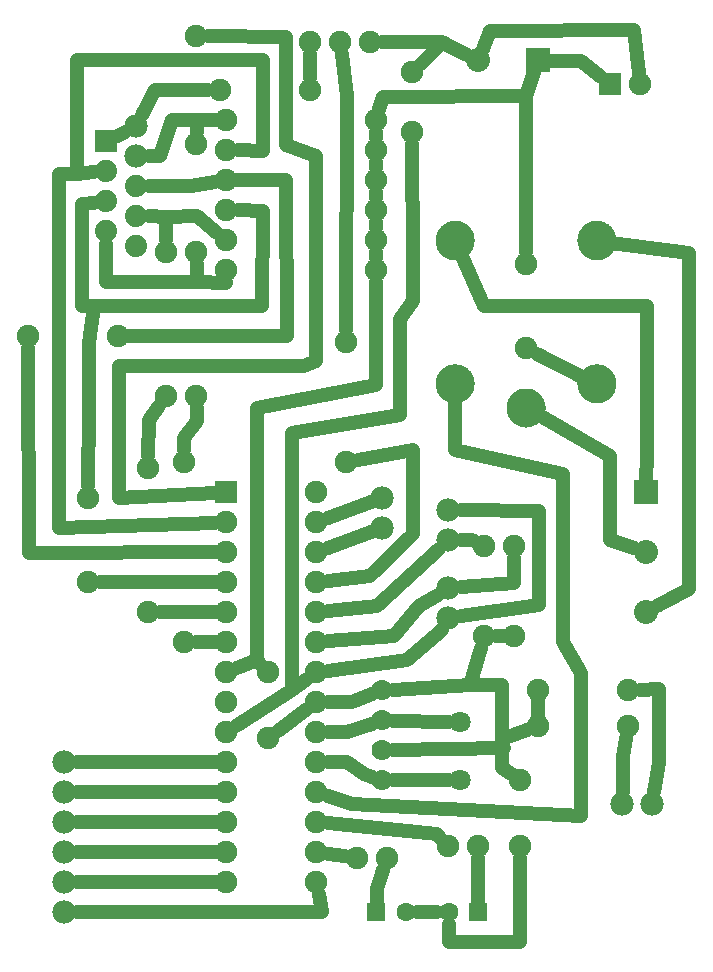
<source format=gtl>
G04 MADE WITH FRITZING*
G04 WWW.FRITZING.ORG*
G04 DOUBLE SIDED*
G04 HOLES PLATED*
G04 CONTOUR ON CENTER OF CONTOUR VECTOR*
%ASAXBY*%
%FSLAX23Y23*%
%MOIN*%
%OFA0B0*%
%SFA1.0B1.0*%
%ADD10C,0.075000*%
%ADD11C,0.074000*%
%ADD12C,0.078000*%
%ADD13C,0.080000*%
%ADD14C,0.070925*%
%ADD15C,0.070866*%
%ADD16C,0.070000*%
%ADD17C,0.062992*%
%ADD18C,0.129921*%
%ADD19R,0.080000X0.080000*%
%ADD20R,0.075000X0.075000*%
%ADD21R,0.062992X0.062992*%
%ADD22C,0.048000*%
%ADD23R,0.001000X0.001000*%
%LNCOPPER1*%
G90*
G70*
G54D10*
X742Y2823D03*
X1242Y2823D03*
X742Y2323D03*
X1242Y2323D03*
X742Y2423D03*
X1242Y2423D03*
X742Y2523D03*
X1242Y2523D03*
X742Y2623D03*
X1242Y2623D03*
X742Y2723D03*
X1242Y2723D03*
G54D11*
X442Y2403D03*
X342Y2453D03*
X442Y2503D03*
X442Y2603D03*
X442Y2703D03*
X342Y2553D03*
X342Y2653D03*
X342Y2753D03*
G54D12*
X442Y2803D03*
X442Y2703D03*
G54D10*
X602Y1683D03*
X602Y1083D03*
X482Y1663D03*
X482Y1183D03*
X282Y1563D03*
X282Y1283D03*
X642Y3103D03*
X642Y2743D03*
X542Y2383D03*
X542Y1903D03*
X642Y2383D03*
X642Y1903D03*
X82Y2103D03*
X382Y2103D03*
X1022Y3083D03*
X1122Y3083D03*
X1222Y3083D03*
G54D13*
X1782Y3023D03*
X1582Y3023D03*
G54D10*
X1722Y623D03*
X1722Y403D03*
X882Y983D03*
X882Y763D03*
X1362Y2983D03*
X1362Y2783D03*
G54D12*
X202Y183D03*
X202Y283D03*
X202Y383D03*
X202Y483D03*
X202Y583D03*
X202Y683D03*
G54D14*
X1522Y623D03*
G54D15*
X1522Y816D03*
G54D16*
X1262Y723D03*
X1262Y623D03*
X1262Y923D03*
X1262Y823D03*
G54D10*
X2022Y2943D03*
X2122Y2943D03*
G54D17*
X1242Y183D03*
X1341Y183D03*
G54D10*
X1277Y363D03*
X1177Y363D03*
X1582Y403D03*
X1482Y403D03*
X1602Y1403D03*
X1602Y1103D03*
X1702Y1403D03*
X1702Y1103D03*
X1142Y2083D03*
X1142Y1683D03*
X722Y2923D03*
X1022Y2923D03*
G54D18*
X1742Y1863D03*
X1978Y1944D03*
X1978Y2422D03*
X1506Y1944D03*
X1506Y2422D03*
G54D13*
X2142Y1583D03*
X2142Y1383D03*
X2142Y1183D03*
G54D17*
X1582Y183D03*
X1484Y183D03*
G54D10*
X742Y1583D03*
X1042Y1583D03*
X742Y1483D03*
X1042Y1483D03*
X742Y1383D03*
X1042Y1383D03*
X742Y1283D03*
X1042Y1283D03*
X742Y1183D03*
X1042Y1183D03*
X742Y1083D03*
X1042Y1083D03*
X742Y983D03*
X1042Y983D03*
X742Y883D03*
X1042Y883D03*
X742Y783D03*
X1042Y783D03*
X742Y683D03*
X1042Y683D03*
X742Y583D03*
X1042Y583D03*
X742Y483D03*
X1042Y483D03*
X742Y383D03*
X1042Y383D03*
X742Y283D03*
X1042Y283D03*
G54D12*
X1482Y1263D03*
X1482Y1163D03*
X1482Y1523D03*
X1482Y1423D03*
G54D10*
X1742Y2343D03*
X1742Y2063D03*
G54D12*
X1262Y1563D03*
X1262Y1463D03*
X2162Y543D03*
X2062Y543D03*
G54D10*
X1782Y803D03*
X2082Y803D03*
X1782Y923D03*
X2082Y923D03*
G54D19*
X1782Y3023D03*
G54D20*
X2022Y2943D03*
G54D21*
X1242Y183D03*
G54D19*
X2142Y1583D03*
G54D21*
X1582Y183D03*
G54D20*
X742Y1583D03*
G54D22*
X645Y2283D02*
X342Y2285D01*
D02*
X741Y2282D02*
X645Y2283D01*
D02*
X342Y2285D02*
X342Y2411D01*
D02*
X741Y2283D02*
X741Y2282D01*
D02*
X300Y2203D02*
X261Y2203D01*
D02*
X863Y2522D02*
X861Y2203D01*
D02*
X861Y2203D02*
X300Y2203D01*
D02*
X261Y2203D02*
X260Y2543D01*
D02*
X260Y2543D02*
X301Y2548D01*
D02*
X782Y2523D02*
X863Y2522D01*
D02*
X645Y2503D02*
X711Y2448D01*
D02*
X541Y2502D02*
X645Y2503D01*
D02*
X484Y2503D02*
X541Y2502D01*
D02*
X623Y2604D02*
X484Y2603D01*
D02*
X703Y2617D02*
X623Y2604D01*
D02*
X244Y3023D02*
X244Y2644D01*
D02*
X863Y3023D02*
X244Y3023D01*
D02*
X244Y2644D02*
X300Y2649D01*
D02*
X863Y2722D02*
X863Y3023D01*
D02*
X782Y2723D02*
X863Y2722D01*
D02*
X643Y2824D02*
X703Y2823D01*
D02*
X562Y2824D02*
X643Y2824D01*
D02*
X521Y2705D02*
X562Y2824D01*
D02*
X483Y2704D02*
X521Y2705D01*
D02*
X380Y2772D02*
X405Y2784D01*
D02*
X541Y2502D02*
X542Y2423D01*
D02*
X645Y2283D02*
X643Y2343D01*
D02*
X283Y2003D02*
X283Y1864D01*
D02*
X283Y1864D02*
X282Y1603D01*
D02*
X283Y2081D02*
X283Y2003D01*
D02*
X300Y2203D02*
X283Y2081D01*
D02*
X944Y2103D02*
X416Y2103D01*
D02*
X941Y2624D02*
X944Y2103D01*
D02*
X776Y2623D02*
X941Y2624D01*
D02*
X183Y1464D02*
X703Y1481D01*
D02*
X183Y1825D02*
X183Y1464D01*
D02*
X183Y2644D02*
X183Y1825D01*
D02*
X244Y2644D02*
X183Y2644D01*
D02*
X643Y2824D02*
X643Y2783D01*
D02*
X444Y2003D02*
X1000Y2003D01*
D02*
X383Y2003D02*
X444Y2003D01*
D02*
X383Y1564D02*
X383Y2003D01*
D02*
X1041Y2222D02*
X1041Y2704D01*
D02*
X1041Y2704D02*
X941Y2742D01*
D02*
X941Y2742D02*
X941Y3101D01*
D02*
X1041Y2022D02*
X1041Y2222D01*
D02*
X1000Y2003D02*
X1041Y2022D01*
D02*
X941Y3101D02*
X682Y3103D01*
D02*
X703Y1581D02*
X383Y1564D01*
D02*
X1242Y2363D02*
X1242Y2383D01*
D02*
X1242Y2463D02*
X1242Y2483D01*
D02*
X1242Y2563D02*
X1242Y2583D01*
D02*
X1242Y2663D02*
X1242Y2683D01*
D02*
X1242Y2763D02*
X1242Y2783D01*
D02*
X1462Y3085D02*
X1545Y3042D01*
D02*
X1262Y3083D02*
X1462Y3085D01*
D02*
X1741Y2904D02*
X1768Y2983D01*
D02*
X1263Y2901D02*
X1741Y2904D01*
D02*
X1252Y2861D02*
X1263Y2901D01*
D02*
X1461Y3081D02*
X1390Y3011D01*
D02*
X1544Y3041D02*
X1461Y3081D01*
D02*
X1923Y3020D02*
X1824Y3022D01*
D02*
X1991Y2967D02*
X1923Y3020D01*
D02*
X2100Y3124D02*
X2117Y2982D01*
D02*
X1621Y3122D02*
X2100Y3124D01*
D02*
X1598Y3062D02*
X1621Y3122D01*
D02*
X1144Y2904D02*
X1142Y2123D01*
D02*
X1127Y3043D02*
X1144Y2904D01*
D02*
X961Y1781D02*
X1322Y1842D01*
D02*
X961Y925D02*
X961Y1781D01*
D02*
X1363Y2222D02*
X1363Y2363D01*
D02*
X1363Y2363D02*
X1362Y2743D01*
D02*
X1321Y2162D02*
X1363Y2222D01*
D02*
X1322Y1842D02*
X1321Y2162D01*
D02*
X776Y804D02*
X961Y925D01*
D02*
X844Y1864D02*
X844Y1025D01*
D02*
X844Y1025D02*
X779Y998D01*
D02*
X1241Y2222D02*
X1241Y1942D01*
D02*
X1241Y1942D02*
X844Y1864D01*
D02*
X1242Y2283D02*
X1241Y2222D01*
D02*
X504Y2925D02*
X682Y2923D01*
D02*
X461Y2840D02*
X504Y2925D01*
D02*
X1022Y3043D02*
X1022Y2963D01*
D02*
X2143Y2204D02*
X2143Y1705D01*
D02*
X2143Y1705D02*
X2142Y1625D01*
D02*
X1601Y2204D02*
X2143Y2204D01*
D02*
X1525Y2378D02*
X1601Y2204D01*
D02*
X2021Y1705D02*
X2021Y1425D01*
D02*
X2021Y1425D02*
X2102Y1397D01*
D02*
X1784Y1839D02*
X2021Y1705D01*
D02*
X2283Y1260D02*
X2179Y1203D01*
D02*
X2026Y2415D02*
X2283Y2381D01*
D02*
X2283Y2381D02*
X2283Y1260D01*
D02*
X83Y1381D02*
X82Y2063D01*
D02*
X703Y1383D02*
X83Y1381D01*
D02*
X703Y1283D02*
X322Y1283D01*
D02*
X703Y1183D02*
X522Y1183D01*
D02*
X483Y1825D02*
X482Y1703D01*
D02*
X518Y1871D02*
X483Y1825D01*
D02*
X645Y1821D02*
X600Y1764D01*
D02*
X600Y1764D02*
X601Y1723D01*
D02*
X643Y1863D02*
X645Y1821D01*
D02*
X644Y1084D02*
X642Y1084D01*
D02*
X703Y1083D02*
X644Y1084D01*
D02*
X1010Y859D02*
X914Y787D01*
D02*
X844Y1025D02*
X856Y1012D01*
D02*
X961Y925D02*
X1010Y960D01*
D02*
X243Y683D02*
X703Y683D01*
D02*
X243Y583D02*
X703Y583D01*
D02*
X243Y483D02*
X703Y483D01*
D02*
X243Y383D02*
X703Y383D01*
D02*
X243Y283D02*
X703Y283D01*
D02*
X1061Y184D02*
X1050Y244D01*
D02*
X243Y183D02*
X1061Y184D01*
D02*
X1161Y884D02*
X1228Y910D01*
D02*
X1082Y883D02*
X1161Y884D01*
D02*
X1299Y822D02*
X1484Y817D01*
D02*
X1144Y784D02*
X1227Y811D01*
D02*
X1082Y783D02*
X1144Y784D01*
D02*
X1484Y623D02*
X1299Y623D01*
D02*
X1200Y645D02*
X1227Y635D01*
D02*
X1144Y684D02*
X1200Y645D01*
D02*
X1082Y683D02*
X1144Y684D01*
D02*
X1863Y1084D02*
X1923Y980D01*
D02*
X1863Y1644D02*
X1863Y1084D01*
D02*
X1923Y980D02*
X1923Y505D01*
D02*
X1923Y505D02*
X1161Y545D01*
D02*
X1161Y545D02*
X1080Y571D01*
D02*
X1503Y1723D02*
X1863Y1644D01*
D02*
X1505Y1896D02*
X1503Y1723D01*
D02*
X1582Y221D02*
X1582Y363D01*
D02*
X1444Y445D02*
X1456Y432D01*
D02*
X1082Y479D02*
X1444Y445D01*
D02*
X1082Y377D02*
X1138Y369D01*
D02*
X1244Y262D02*
X1265Y325D01*
D02*
X1243Y221D02*
X1244Y262D01*
D02*
X1446Y183D02*
X1379Y183D01*
D02*
X1700Y1281D02*
X1702Y1363D01*
D02*
X1523Y1266D02*
X1700Y1281D01*
D02*
X1344Y1025D02*
X1461Y1125D01*
D02*
X1461Y1125D02*
X1462Y1127D01*
D02*
X1082Y988D02*
X1344Y1025D01*
D02*
X1383Y1203D02*
X1300Y1103D01*
X1300Y1103D02*
X1082Y1086D01*
D02*
X1447Y1241D02*
X1383Y1203D01*
D02*
X1783Y1206D02*
X1783Y1522D01*
D02*
X1783Y1522D02*
X1523Y1523D01*
D02*
X1523Y1169D02*
X1783Y1206D01*
D02*
X1561Y1425D02*
X1523Y1424D01*
D02*
X1567Y1422D02*
X1561Y1425D01*
D02*
X1663Y1103D02*
X1642Y1103D01*
D02*
X1244Y1203D02*
X1452Y1395D01*
D02*
X1082Y1187D02*
X1244Y1203D01*
D02*
X1363Y1443D02*
X1363Y1723D01*
D02*
X1363Y1723D02*
X1181Y1690D01*
D02*
X1222Y1303D02*
X1363Y1443D01*
D02*
X1082Y1287D02*
X1222Y1303D01*
D02*
X1556Y942D02*
X1299Y925D01*
D02*
X1591Y1065D02*
X1556Y942D01*
D02*
X1661Y942D02*
X1662Y761D01*
D02*
X1667Y731D02*
X1299Y724D01*
D02*
X1556Y942D02*
X1661Y942D01*
D02*
X1722Y85D02*
X1722Y363D01*
D02*
X1485Y85D02*
X1722Y85D01*
D02*
X1484Y145D02*
X1485Y85D01*
D02*
X1661Y664D02*
X1698Y639D01*
D02*
X1662Y761D02*
X1661Y664D01*
D02*
X1741Y2904D02*
X1741Y2600D01*
D02*
X1741Y2600D02*
X1742Y2383D01*
D02*
X1936Y1965D02*
X1778Y2045D01*
D02*
X1080Y1396D02*
X1223Y1449D01*
D02*
X1223Y1549D02*
X1080Y1496D01*
D02*
X1662Y761D02*
X1745Y790D01*
D02*
X1782Y831D02*
X1782Y894D01*
D02*
X2063Y584D02*
X2063Y700D01*
D02*
X2063Y700D02*
X2075Y764D01*
D02*
X2185Y926D02*
X2122Y924D01*
D02*
X2169Y583D02*
X2185Y682D01*
D02*
X2185Y682D02*
X2185Y926D01*
G54D23*
X305Y2790D02*
X378Y2790D01*
X305Y2789D02*
X378Y2789D01*
X305Y2788D02*
X378Y2788D01*
X305Y2787D02*
X378Y2787D01*
X305Y2786D02*
X378Y2786D01*
X305Y2785D02*
X378Y2785D01*
X305Y2784D02*
X378Y2784D01*
X305Y2783D02*
X378Y2783D01*
X305Y2782D02*
X378Y2782D01*
X305Y2781D02*
X378Y2781D01*
X305Y2780D02*
X378Y2780D01*
X305Y2779D02*
X378Y2779D01*
X305Y2778D02*
X378Y2778D01*
X305Y2777D02*
X378Y2777D01*
X305Y2776D02*
X378Y2776D01*
X305Y2775D02*
X378Y2775D01*
X305Y2774D02*
X378Y2774D01*
X305Y2773D02*
X338Y2773D01*
X345Y2773D02*
X378Y2773D01*
X305Y2772D02*
X334Y2772D01*
X349Y2772D02*
X378Y2772D01*
X305Y2771D02*
X332Y2771D01*
X351Y2771D02*
X378Y2771D01*
X305Y2770D02*
X330Y2770D01*
X353Y2770D02*
X378Y2770D01*
X305Y2769D02*
X329Y2769D01*
X354Y2769D02*
X378Y2769D01*
X305Y2768D02*
X328Y2768D01*
X356Y2768D02*
X378Y2768D01*
X305Y2767D02*
X327Y2767D01*
X357Y2767D02*
X378Y2767D01*
X305Y2766D02*
X326Y2766D01*
X357Y2766D02*
X378Y2766D01*
X305Y2765D02*
X325Y2765D01*
X358Y2765D02*
X378Y2765D01*
X305Y2764D02*
X325Y2764D01*
X359Y2764D02*
X378Y2764D01*
X305Y2763D02*
X324Y2763D01*
X359Y2763D02*
X378Y2763D01*
X305Y2762D02*
X323Y2762D01*
X360Y2762D02*
X378Y2762D01*
X305Y2761D02*
X323Y2761D01*
X360Y2761D02*
X378Y2761D01*
X305Y2760D02*
X323Y2760D01*
X361Y2760D02*
X378Y2760D01*
X305Y2759D02*
X322Y2759D01*
X361Y2759D02*
X378Y2759D01*
X305Y2758D02*
X322Y2758D01*
X361Y2758D02*
X378Y2758D01*
X305Y2757D02*
X322Y2757D01*
X362Y2757D02*
X378Y2757D01*
X305Y2756D02*
X322Y2756D01*
X362Y2756D02*
X378Y2756D01*
X305Y2755D02*
X322Y2755D01*
X362Y2755D02*
X378Y2755D01*
X305Y2754D02*
X322Y2754D01*
X362Y2754D02*
X378Y2754D01*
X305Y2753D02*
X322Y2753D01*
X362Y2753D02*
X378Y2753D01*
X305Y2752D02*
X322Y2752D01*
X362Y2752D02*
X378Y2752D01*
X305Y2751D02*
X322Y2751D01*
X362Y2751D02*
X378Y2751D01*
X305Y2750D02*
X322Y2750D01*
X361Y2750D02*
X378Y2750D01*
X305Y2749D02*
X322Y2749D01*
X361Y2749D02*
X378Y2749D01*
X305Y2748D02*
X322Y2748D01*
X361Y2748D02*
X378Y2748D01*
X305Y2747D02*
X323Y2747D01*
X361Y2747D02*
X378Y2747D01*
X305Y2746D02*
X323Y2746D01*
X360Y2746D02*
X378Y2746D01*
X305Y2745D02*
X324Y2745D01*
X360Y2745D02*
X378Y2745D01*
X305Y2744D02*
X324Y2744D01*
X359Y2744D02*
X378Y2744D01*
X305Y2743D02*
X325Y2743D01*
X359Y2743D02*
X378Y2743D01*
X305Y2742D02*
X325Y2742D01*
X358Y2742D02*
X378Y2742D01*
X305Y2741D02*
X326Y2741D01*
X357Y2741D02*
X378Y2741D01*
X305Y2740D02*
X327Y2740D01*
X356Y2740D02*
X378Y2740D01*
X305Y2739D02*
X328Y2739D01*
X355Y2739D02*
X378Y2739D01*
X305Y2738D02*
X329Y2738D01*
X354Y2738D02*
X378Y2738D01*
X305Y2737D02*
X331Y2737D01*
X353Y2737D02*
X378Y2737D01*
X305Y2736D02*
X333Y2736D01*
X351Y2736D02*
X378Y2736D01*
X305Y2735D02*
X335Y2735D01*
X348Y2735D02*
X378Y2735D01*
X305Y2734D02*
X341Y2734D01*
X343Y2734D02*
X378Y2734D01*
X305Y2733D02*
X378Y2733D01*
X305Y2732D02*
X378Y2732D01*
X305Y2731D02*
X378Y2731D01*
X305Y2730D02*
X378Y2730D01*
X305Y2729D02*
X378Y2729D01*
X305Y2728D02*
X378Y2728D01*
X305Y2727D02*
X378Y2727D01*
X305Y2726D02*
X378Y2726D01*
X305Y2725D02*
X378Y2725D01*
X305Y2724D02*
X378Y2724D01*
X305Y2723D02*
X378Y2723D01*
X305Y2722D02*
X378Y2722D01*
X305Y2721D02*
X378Y2721D01*
X305Y2720D02*
X378Y2720D01*
X305Y2719D02*
X378Y2719D01*
X305Y2718D02*
X378Y2718D01*
X305Y2717D02*
X378Y2717D01*
X1497Y2487D02*
X1513Y2487D01*
X1970Y2487D02*
X1986Y2487D01*
X1492Y2486D02*
X1519Y2486D01*
X1964Y2486D02*
X1991Y2486D01*
X1488Y2485D02*
X1523Y2485D01*
X1960Y2485D02*
X1995Y2485D01*
X1485Y2484D02*
X1526Y2484D01*
X1957Y2484D02*
X1999Y2484D01*
X1482Y2483D02*
X1529Y2483D01*
X1954Y2483D02*
X2001Y2483D01*
X1479Y2482D02*
X1531Y2482D01*
X1952Y2482D02*
X2004Y2482D01*
X1477Y2481D02*
X1533Y2481D01*
X1950Y2481D02*
X2006Y2481D01*
X1475Y2480D02*
X1535Y2480D01*
X1948Y2480D02*
X2008Y2480D01*
X1474Y2479D02*
X1537Y2479D01*
X1946Y2479D02*
X2009Y2479D01*
X1472Y2478D02*
X1539Y2478D01*
X1944Y2478D02*
X2011Y2478D01*
X1470Y2477D02*
X1540Y2477D01*
X1943Y2477D02*
X2013Y2477D01*
X1469Y2476D02*
X1542Y2476D01*
X1941Y2476D02*
X2014Y2476D01*
X1468Y2475D02*
X1543Y2475D01*
X1940Y2475D02*
X2016Y2475D01*
X1466Y2474D02*
X1545Y2474D01*
X1939Y2474D02*
X2017Y2474D01*
X1465Y2473D02*
X1546Y2473D01*
X1937Y2473D02*
X2018Y2473D01*
X1464Y2472D02*
X1547Y2472D01*
X1936Y2472D02*
X2019Y2472D01*
X1463Y2471D02*
X1548Y2471D01*
X1935Y2471D02*
X2021Y2471D01*
X1461Y2470D02*
X1549Y2470D01*
X1934Y2470D02*
X2022Y2470D01*
X1460Y2469D02*
X1550Y2469D01*
X1933Y2469D02*
X2023Y2469D01*
X1459Y2468D02*
X1551Y2468D01*
X1932Y2468D02*
X2024Y2468D01*
X1458Y2467D02*
X1552Y2467D01*
X1931Y2467D02*
X2025Y2467D01*
X1458Y2466D02*
X1553Y2466D01*
X1930Y2466D02*
X2026Y2466D01*
X1457Y2465D02*
X1554Y2465D01*
X1929Y2465D02*
X2026Y2465D01*
X1456Y2464D02*
X1555Y2464D01*
X1928Y2464D02*
X2027Y2464D01*
X1455Y2463D02*
X1556Y2463D01*
X1927Y2463D02*
X2028Y2463D01*
X1454Y2462D02*
X1556Y2462D01*
X1927Y2462D02*
X2029Y2462D01*
X1454Y2461D02*
X1557Y2461D01*
X1926Y2461D02*
X2030Y2461D01*
X1453Y2460D02*
X1558Y2460D01*
X1925Y2460D02*
X2030Y2460D01*
X1452Y2459D02*
X1559Y2459D01*
X1924Y2459D02*
X2031Y2459D01*
X1451Y2458D02*
X1559Y2458D01*
X1924Y2458D02*
X2032Y2458D01*
X1451Y2457D02*
X1560Y2457D01*
X1923Y2457D02*
X2032Y2457D01*
X1450Y2456D02*
X1560Y2456D01*
X1923Y2456D02*
X2033Y2456D01*
X1450Y2455D02*
X1561Y2455D01*
X1922Y2455D02*
X2033Y2455D01*
X1449Y2454D02*
X1562Y2454D01*
X1921Y2454D02*
X2034Y2454D01*
X1448Y2453D02*
X1562Y2453D01*
X1921Y2453D02*
X2035Y2453D01*
X1448Y2452D02*
X1563Y2452D01*
X1920Y2452D02*
X2035Y2452D01*
X1447Y2451D02*
X1563Y2451D01*
X1920Y2451D02*
X2036Y2451D01*
X1447Y2450D02*
X1564Y2450D01*
X1919Y2450D02*
X2036Y2450D01*
X1446Y2449D02*
X1564Y2449D01*
X1919Y2449D02*
X2037Y2449D01*
X1446Y2448D02*
X1500Y2448D01*
X1511Y2448D02*
X1565Y2448D01*
X1918Y2448D02*
X1973Y2448D01*
X1983Y2448D02*
X2037Y2448D01*
X1446Y2447D02*
X1497Y2447D01*
X1514Y2447D02*
X1565Y2447D01*
X1918Y2447D02*
X1969Y2447D01*
X1986Y2447D02*
X2037Y2447D01*
X1445Y2446D02*
X1494Y2446D01*
X1516Y2446D02*
X1565Y2446D01*
X1918Y2446D02*
X1967Y2446D01*
X1989Y2446D02*
X2038Y2446D01*
X1445Y2445D02*
X1492Y2445D01*
X1518Y2445D02*
X1566Y2445D01*
X1917Y2445D02*
X1965Y2445D01*
X1991Y2445D02*
X2038Y2445D01*
X1445Y2444D02*
X1490Y2444D01*
X1520Y2444D02*
X1566Y2444D01*
X1917Y2444D02*
X1963Y2444D01*
X1993Y2444D02*
X2039Y2444D01*
X1444Y2443D02*
X1489Y2443D01*
X1521Y2443D02*
X1567Y2443D01*
X1917Y2443D02*
X1962Y2443D01*
X1994Y2443D02*
X2039Y2443D01*
X1444Y2442D02*
X1488Y2442D01*
X1523Y2442D02*
X1567Y2442D01*
X1916Y2442D02*
X1960Y2442D01*
X1995Y2442D02*
X2039Y2442D01*
X1444Y2441D02*
X1487Y2441D01*
X1524Y2441D02*
X1567Y2441D01*
X1916Y2441D02*
X1959Y2441D01*
X1996Y2441D02*
X2039Y2441D01*
X1443Y2440D02*
X1486Y2440D01*
X1525Y2440D02*
X1567Y2440D01*
X1916Y2440D02*
X1958Y2440D01*
X1997Y2440D02*
X2040Y2440D01*
X1443Y2439D02*
X1485Y2439D01*
X1526Y2439D02*
X1568Y2439D01*
X1915Y2439D02*
X1958Y2439D01*
X1998Y2439D02*
X2040Y2439D01*
X1443Y2438D02*
X1484Y2438D01*
X1526Y2438D02*
X1568Y2438D01*
X1915Y2438D02*
X1957Y2438D01*
X1999Y2438D02*
X2040Y2438D01*
X1443Y2437D02*
X1484Y2437D01*
X1527Y2437D02*
X1568Y2437D01*
X1915Y2437D02*
X1956Y2437D01*
X2000Y2437D02*
X2040Y2437D01*
X1442Y2436D02*
X1483Y2436D01*
X1528Y2436D02*
X1568Y2436D01*
X1915Y2436D02*
X1955Y2436D01*
X2000Y2436D02*
X2041Y2436D01*
X1442Y2435D02*
X1482Y2435D01*
X1528Y2435D02*
X1569Y2435D01*
X1915Y2435D02*
X1955Y2435D01*
X2001Y2435D02*
X2041Y2435D01*
X1442Y2434D02*
X1482Y2434D01*
X1529Y2434D02*
X1569Y2434D01*
X1914Y2434D02*
X1954Y2434D01*
X2001Y2434D02*
X2041Y2434D01*
X1442Y2433D02*
X1481Y2433D01*
X1529Y2433D02*
X1569Y2433D01*
X1914Y2433D02*
X1954Y2433D01*
X2002Y2433D02*
X2041Y2433D01*
X1442Y2432D02*
X1481Y2432D01*
X1530Y2432D02*
X1569Y2432D01*
X1914Y2432D02*
X1953Y2432D01*
X2002Y2432D02*
X2041Y2432D01*
X1442Y2431D02*
X1481Y2431D01*
X1530Y2431D02*
X1569Y2431D01*
X1914Y2431D02*
X1953Y2431D01*
X2002Y2431D02*
X2042Y2431D01*
X1441Y2430D02*
X1480Y2430D01*
X1530Y2430D02*
X1569Y2430D01*
X1914Y2430D02*
X1953Y2430D01*
X2003Y2430D02*
X2042Y2430D01*
X1441Y2429D02*
X1480Y2429D01*
X1531Y2429D02*
X1569Y2429D01*
X1914Y2429D02*
X1952Y2429D01*
X2003Y2429D02*
X2042Y2429D01*
X1441Y2428D02*
X1480Y2428D01*
X1531Y2428D02*
X1570Y2428D01*
X1914Y2428D02*
X1952Y2428D01*
X2003Y2428D02*
X2042Y2428D01*
X1441Y2427D02*
X1480Y2427D01*
X1531Y2427D02*
X1570Y2427D01*
X1914Y2427D02*
X1952Y2427D01*
X2004Y2427D02*
X2042Y2427D01*
X1441Y2426D02*
X1479Y2426D01*
X1531Y2426D02*
X1570Y2426D01*
X1913Y2426D02*
X1952Y2426D01*
X2004Y2426D02*
X2042Y2426D01*
X1441Y2425D02*
X1479Y2425D01*
X1531Y2425D02*
X1570Y2425D01*
X1913Y2425D02*
X1952Y2425D01*
X2004Y2425D02*
X2042Y2425D01*
X1441Y2424D02*
X1479Y2424D01*
X1531Y2424D02*
X1570Y2424D01*
X1913Y2424D02*
X1952Y2424D01*
X2004Y2424D02*
X2042Y2424D01*
X1441Y2423D02*
X1479Y2423D01*
X1531Y2423D02*
X1570Y2423D01*
X1913Y2423D02*
X1952Y2423D01*
X2004Y2423D02*
X2042Y2423D01*
X1441Y2422D02*
X1479Y2422D01*
X1531Y2422D02*
X1570Y2422D01*
X1913Y2422D02*
X1952Y2422D01*
X2004Y2422D02*
X2042Y2422D01*
X1441Y2421D02*
X1479Y2421D01*
X1531Y2421D02*
X1570Y2421D01*
X1913Y2421D02*
X1952Y2421D01*
X2004Y2421D02*
X2042Y2421D01*
X1441Y2420D02*
X1479Y2420D01*
X1531Y2420D02*
X1570Y2420D01*
X1913Y2420D02*
X1952Y2420D01*
X2004Y2420D02*
X2042Y2420D01*
X1441Y2419D02*
X1479Y2419D01*
X1531Y2419D02*
X1570Y2419D01*
X1913Y2419D02*
X1952Y2419D01*
X2004Y2419D02*
X2042Y2419D01*
X1441Y2418D02*
X1480Y2418D01*
X1531Y2418D02*
X1570Y2418D01*
X1914Y2418D02*
X1952Y2418D01*
X2003Y2418D02*
X2042Y2418D01*
X1441Y2417D02*
X1480Y2417D01*
X1531Y2417D02*
X1569Y2417D01*
X1914Y2417D02*
X1952Y2417D01*
X2003Y2417D02*
X2042Y2417D01*
X1441Y2416D02*
X1480Y2416D01*
X1531Y2416D02*
X1569Y2416D01*
X1914Y2416D02*
X1952Y2416D01*
X2003Y2416D02*
X2042Y2416D01*
X1441Y2415D02*
X1480Y2415D01*
X1530Y2415D02*
X1569Y2415D01*
X1914Y2415D02*
X1953Y2415D01*
X2003Y2415D02*
X2042Y2415D01*
X1442Y2414D02*
X1481Y2414D01*
X1530Y2414D02*
X1569Y2414D01*
X1914Y2414D02*
X1953Y2414D01*
X2002Y2414D02*
X2041Y2414D01*
X1442Y2413D02*
X1481Y2413D01*
X1530Y2413D02*
X1569Y2413D01*
X1914Y2413D02*
X1954Y2413D01*
X2002Y2413D02*
X2041Y2413D01*
X1442Y2412D02*
X1482Y2412D01*
X1529Y2412D02*
X1569Y2412D01*
X1914Y2412D02*
X1954Y2412D01*
X2001Y2412D02*
X2041Y2412D01*
X1442Y2411D02*
X1482Y2411D01*
X1529Y2411D02*
X1569Y2411D01*
X1914Y2411D02*
X1955Y2411D01*
X2001Y2411D02*
X2041Y2411D01*
X1442Y2410D02*
X1483Y2410D01*
X1528Y2410D02*
X1568Y2410D01*
X1915Y2410D02*
X1955Y2410D01*
X2000Y2410D02*
X2041Y2410D01*
X1443Y2409D02*
X1483Y2409D01*
X1527Y2409D02*
X1568Y2409D01*
X1915Y2409D02*
X1956Y2409D01*
X2000Y2409D02*
X2041Y2409D01*
X1443Y2408D02*
X1484Y2408D01*
X1527Y2408D02*
X1568Y2408D01*
X1915Y2408D02*
X1956Y2408D01*
X1999Y2408D02*
X2040Y2408D01*
X1443Y2407D02*
X1485Y2407D01*
X1526Y2407D02*
X1568Y2407D01*
X1915Y2407D02*
X1957Y2407D01*
X1998Y2407D02*
X2040Y2407D01*
X1443Y2406D02*
X1486Y2406D01*
X1525Y2406D02*
X1567Y2406D01*
X1916Y2406D02*
X1958Y2406D01*
X1997Y2406D02*
X2040Y2406D01*
X1444Y2405D02*
X1486Y2405D01*
X1524Y2405D02*
X1567Y2405D01*
X1916Y2405D02*
X1959Y2405D01*
X1997Y2405D02*
X2040Y2405D01*
X1444Y2404D02*
X1488Y2404D01*
X1523Y2404D02*
X1567Y2404D01*
X1916Y2404D02*
X1960Y2404D01*
X1996Y2404D02*
X2039Y2404D01*
X1444Y2403D02*
X1489Y2403D01*
X1522Y2403D02*
X1567Y2403D01*
X1916Y2403D02*
X1961Y2403D01*
X1994Y2403D02*
X2039Y2403D01*
X1444Y2402D02*
X1490Y2402D01*
X1521Y2402D02*
X1566Y2402D01*
X1917Y2402D02*
X1962Y2402D01*
X1993Y2402D02*
X2039Y2402D01*
X1445Y2401D02*
X1491Y2401D01*
X1519Y2401D02*
X1566Y2401D01*
X1917Y2401D02*
X1964Y2401D01*
X1992Y2401D02*
X2038Y2401D01*
X1445Y2400D02*
X1493Y2400D01*
X1517Y2400D02*
X1566Y2400D01*
X1917Y2400D02*
X1966Y2400D01*
X1990Y2400D02*
X2038Y2400D01*
X1445Y2399D02*
X1495Y2399D01*
X1515Y2399D02*
X1565Y2399D01*
X1918Y2399D02*
X1968Y2399D01*
X1988Y2399D02*
X2038Y2399D01*
X1446Y2398D02*
X1498Y2398D01*
X1513Y2398D02*
X1565Y2398D01*
X1918Y2398D02*
X1971Y2398D01*
X1985Y2398D02*
X2037Y2398D01*
X1446Y2397D02*
X1564Y2397D01*
X1919Y2397D02*
X2037Y2397D01*
X1447Y2396D02*
X1564Y2396D01*
X1919Y2396D02*
X2036Y2396D01*
X1447Y2395D02*
X1563Y2395D01*
X1920Y2395D02*
X2036Y2395D01*
X1448Y2394D02*
X1563Y2394D01*
X1920Y2394D02*
X2035Y2394D01*
X1448Y2393D02*
X1563Y2393D01*
X1921Y2393D02*
X2035Y2393D01*
X1449Y2392D02*
X1562Y2392D01*
X1921Y2392D02*
X2034Y2392D01*
X1449Y2391D02*
X1561Y2391D01*
X1922Y2391D02*
X2034Y2391D01*
X1450Y2390D02*
X1561Y2390D01*
X1922Y2390D02*
X2033Y2390D01*
X1451Y2389D02*
X1560Y2389D01*
X1923Y2389D02*
X2033Y2389D01*
X1451Y2388D02*
X1560Y2388D01*
X1924Y2388D02*
X2032Y2388D01*
X1452Y2387D02*
X1559Y2387D01*
X1924Y2387D02*
X2031Y2387D01*
X1452Y2386D02*
X1558Y2386D01*
X1925Y2386D02*
X2031Y2386D01*
X1453Y2385D02*
X1558Y2385D01*
X1926Y2385D02*
X2030Y2385D01*
X1454Y2384D02*
X1557Y2384D01*
X1926Y2384D02*
X2029Y2384D01*
X1455Y2383D02*
X1556Y2383D01*
X1927Y2383D02*
X2028Y2383D01*
X1455Y2382D02*
X1555Y2382D01*
X1928Y2382D02*
X2028Y2382D01*
X1456Y2381D02*
X1555Y2381D01*
X1929Y2381D02*
X2027Y2381D01*
X1457Y2380D02*
X1554Y2380D01*
X1929Y2380D02*
X2026Y2380D01*
X1458Y2379D02*
X1553Y2379D01*
X1930Y2379D02*
X2025Y2379D01*
X1459Y2378D02*
X1552Y2378D01*
X1931Y2378D02*
X2024Y2378D01*
X1460Y2377D02*
X1551Y2377D01*
X1932Y2377D02*
X2023Y2377D01*
X1461Y2376D02*
X1550Y2376D01*
X1933Y2376D02*
X2022Y2376D01*
X1462Y2375D02*
X1549Y2375D01*
X1934Y2375D02*
X2021Y2375D01*
X1463Y2374D02*
X1548Y2374D01*
X1935Y2374D02*
X2020Y2374D01*
X1464Y2373D02*
X1546Y2373D01*
X1937Y2373D02*
X2019Y2373D01*
X1466Y2372D02*
X1545Y2372D01*
X1938Y2372D02*
X2018Y2372D01*
X1467Y2371D02*
X1544Y2371D01*
X1939Y2371D02*
X2016Y2371D01*
X1468Y2370D02*
X1542Y2370D01*
X1941Y2370D02*
X2015Y2370D01*
X1470Y2369D02*
X1541Y2369D01*
X1942Y2369D02*
X2013Y2369D01*
X1471Y2368D02*
X1540Y2368D01*
X1944Y2368D02*
X2012Y2368D01*
X1473Y2367D02*
X1538Y2367D01*
X1945Y2367D02*
X2010Y2367D01*
X1474Y2366D02*
X1536Y2366D01*
X1947Y2366D02*
X2009Y2366D01*
X1476Y2365D02*
X1534Y2365D01*
X1949Y2365D02*
X2007Y2365D01*
X1478Y2364D02*
X1532Y2364D01*
X1951Y2364D02*
X2005Y2364D01*
X1480Y2363D02*
X1530Y2363D01*
X1953Y2363D02*
X2003Y2363D01*
X1483Y2362D02*
X1528Y2362D01*
X1956Y2362D02*
X2000Y2362D01*
X1486Y2361D02*
X1525Y2361D01*
X1958Y2361D02*
X1997Y2361D01*
X1490Y2360D02*
X1521Y2360D01*
X1962Y2360D02*
X1993Y2360D01*
X1494Y2359D02*
X1516Y2359D01*
X1967Y2359D02*
X1989Y2359D01*
X1503Y2358D02*
X1508Y2358D01*
X1975Y2358D02*
X1980Y2358D01*
X1499Y2009D02*
X1512Y2009D01*
X1971Y2009D02*
X1984Y2009D01*
X1493Y2008D02*
X1518Y2008D01*
X1965Y2008D02*
X1990Y2008D01*
X1489Y2007D02*
X1522Y2007D01*
X1961Y2007D02*
X1994Y2007D01*
X1485Y2006D02*
X1526Y2006D01*
X1958Y2006D02*
X1998Y2006D01*
X1482Y2005D02*
X1528Y2005D01*
X1955Y2005D02*
X2001Y2005D01*
X1480Y2004D02*
X1531Y2004D01*
X1952Y2004D02*
X2003Y2004D01*
X1478Y2003D02*
X1533Y2003D01*
X1950Y2003D02*
X2005Y2003D01*
X1476Y2002D02*
X1535Y2002D01*
X1948Y2002D02*
X2007Y2002D01*
X1474Y2001D02*
X1537Y2001D01*
X1946Y2001D02*
X2009Y2001D01*
X1472Y2000D02*
X1538Y2000D01*
X1945Y2000D02*
X2011Y2000D01*
X1471Y1999D02*
X1540Y1999D01*
X1943Y1999D02*
X2012Y1999D01*
X1469Y1998D02*
X1542Y1998D01*
X1942Y1998D02*
X2014Y1998D01*
X1468Y1997D02*
X1543Y1997D01*
X1940Y1997D02*
X2015Y1997D01*
X1466Y1996D02*
X1544Y1996D01*
X1939Y1996D02*
X2017Y1996D01*
X1465Y1995D02*
X1546Y1995D01*
X1937Y1995D02*
X2018Y1995D01*
X1464Y1994D02*
X1547Y1994D01*
X1936Y1994D02*
X2019Y1994D01*
X1463Y1993D02*
X1548Y1993D01*
X1935Y1993D02*
X2020Y1993D01*
X1462Y1992D02*
X1549Y1992D01*
X1934Y1992D02*
X2021Y1992D01*
X1461Y1991D02*
X1550Y1991D01*
X1933Y1991D02*
X2023Y1991D01*
X1460Y1990D02*
X1551Y1990D01*
X1932Y1990D02*
X2024Y1990D01*
X1459Y1989D02*
X1552Y1989D01*
X1931Y1989D02*
X2024Y1989D01*
X1458Y1988D02*
X1553Y1988D01*
X1930Y1988D02*
X2025Y1988D01*
X1457Y1987D02*
X1554Y1987D01*
X1929Y1987D02*
X2026Y1987D01*
X1456Y1986D02*
X1555Y1986D01*
X1928Y1986D02*
X2027Y1986D01*
X1455Y1985D02*
X1556Y1985D01*
X1928Y1985D02*
X2028Y1985D01*
X1454Y1984D02*
X1556Y1984D01*
X1927Y1984D02*
X2029Y1984D01*
X1454Y1983D02*
X1557Y1983D01*
X1926Y1983D02*
X2029Y1983D01*
X1453Y1982D02*
X1558Y1982D01*
X1925Y1982D02*
X2030Y1982D01*
X1452Y1981D02*
X1558Y1981D01*
X1925Y1981D02*
X2031Y1981D01*
X1452Y1980D02*
X1559Y1980D01*
X1924Y1980D02*
X2031Y1980D01*
X1451Y1979D02*
X1560Y1979D01*
X1923Y1979D02*
X2032Y1979D01*
X1450Y1978D02*
X1560Y1978D01*
X1923Y1978D02*
X2033Y1978D01*
X1450Y1977D02*
X1561Y1977D01*
X1922Y1977D02*
X2033Y1977D01*
X1449Y1976D02*
X1562Y1976D01*
X1922Y1976D02*
X2034Y1976D01*
X1449Y1975D02*
X1562Y1975D01*
X1921Y1975D02*
X2035Y1975D01*
X1448Y1974D02*
X1563Y1974D01*
X1920Y1974D02*
X2035Y1974D01*
X1448Y1973D02*
X1563Y1973D01*
X1920Y1973D02*
X2035Y1973D01*
X1447Y1972D02*
X1564Y1972D01*
X1919Y1972D02*
X2036Y1972D01*
X1447Y1971D02*
X1564Y1971D01*
X1919Y1971D02*
X2036Y1971D01*
X1446Y1970D02*
X1502Y1970D01*
X1509Y1970D02*
X1565Y1970D01*
X1918Y1970D02*
X1974Y1970D01*
X1981Y1970D02*
X2037Y1970D01*
X1446Y1969D02*
X1497Y1969D01*
X1514Y1969D02*
X1565Y1969D01*
X1918Y1969D02*
X1970Y1969D01*
X1986Y1969D02*
X2037Y1969D01*
X1445Y1968D02*
X1495Y1968D01*
X1516Y1968D02*
X1565Y1968D01*
X1918Y1968D02*
X1967Y1968D01*
X1988Y1968D02*
X2038Y1968D01*
X1445Y1967D02*
X1493Y1967D01*
X1518Y1967D02*
X1566Y1967D01*
X1917Y1967D02*
X1965Y1967D01*
X1990Y1967D02*
X2038Y1967D01*
X1445Y1966D02*
X1491Y1966D01*
X1520Y1966D02*
X1566Y1966D01*
X1917Y1966D02*
X1963Y1966D01*
X1992Y1966D02*
X2038Y1966D01*
X1444Y1965D02*
X1490Y1965D01*
X1521Y1965D02*
X1566Y1965D01*
X1917Y1965D02*
X1962Y1965D01*
X1994Y1965D02*
X2039Y1965D01*
X1444Y1964D02*
X1488Y1964D01*
X1522Y1964D02*
X1567Y1964D01*
X1916Y1964D02*
X1961Y1964D01*
X1995Y1964D02*
X2039Y1964D01*
X1444Y1963D02*
X1487Y1963D01*
X1524Y1963D02*
X1567Y1963D01*
X1916Y1963D02*
X1960Y1963D01*
X1996Y1963D02*
X2039Y1963D01*
X1443Y1962D02*
X1486Y1962D01*
X1524Y1962D02*
X1567Y1962D01*
X1916Y1962D02*
X1959Y1962D01*
X1997Y1962D02*
X2040Y1962D01*
X1443Y1961D02*
X1485Y1961D01*
X1525Y1961D02*
X1568Y1961D01*
X1916Y1961D02*
X1958Y1961D01*
X1998Y1961D02*
X2040Y1961D01*
X1443Y1960D02*
X1485Y1960D01*
X1526Y1960D02*
X1568Y1960D01*
X1915Y1960D02*
X1957Y1960D01*
X1999Y1960D02*
X2040Y1960D01*
X1443Y1959D02*
X1484Y1959D01*
X1527Y1959D02*
X1568Y1959D01*
X1915Y1959D02*
X1956Y1959D01*
X1999Y1959D02*
X2040Y1959D01*
X1442Y1958D02*
X1483Y1958D01*
X1528Y1958D02*
X1568Y1958D01*
X1915Y1958D02*
X1955Y1958D01*
X2000Y1958D02*
X2041Y1958D01*
X1442Y1957D02*
X1483Y1957D01*
X1528Y1957D02*
X1568Y1957D01*
X1915Y1957D02*
X1955Y1957D01*
X2001Y1957D02*
X2041Y1957D01*
X1442Y1956D02*
X1482Y1956D01*
X1529Y1956D02*
X1569Y1956D01*
X1914Y1956D02*
X1954Y1956D01*
X2001Y1956D02*
X2041Y1956D01*
X1442Y1955D02*
X1482Y1955D01*
X1529Y1955D02*
X1569Y1955D01*
X1914Y1955D02*
X1954Y1955D01*
X2002Y1955D02*
X2041Y1955D01*
X1442Y1954D02*
X1481Y1954D01*
X1530Y1954D02*
X1569Y1954D01*
X1914Y1954D02*
X1953Y1954D01*
X2002Y1954D02*
X2041Y1954D01*
X1442Y1953D02*
X1481Y1953D01*
X1530Y1953D02*
X1569Y1953D01*
X1914Y1953D02*
X1953Y1953D01*
X2002Y1953D02*
X2041Y1953D01*
X1441Y1952D02*
X1480Y1952D01*
X1530Y1952D02*
X1569Y1952D01*
X1914Y1952D02*
X1953Y1952D01*
X2003Y1952D02*
X2042Y1952D01*
X1441Y1951D02*
X1480Y1951D01*
X1531Y1951D02*
X1569Y1951D01*
X1914Y1951D02*
X1952Y1951D01*
X2003Y1951D02*
X2042Y1951D01*
X1441Y1950D02*
X1480Y1950D01*
X1531Y1950D02*
X1569Y1950D01*
X1914Y1950D02*
X1952Y1950D01*
X2003Y1950D02*
X2042Y1950D01*
X1441Y1949D02*
X1480Y1949D01*
X1531Y1949D02*
X1570Y1949D01*
X1914Y1949D02*
X1952Y1949D01*
X2003Y1949D02*
X2042Y1949D01*
X1441Y1948D02*
X1479Y1948D01*
X1531Y1948D02*
X1570Y1948D01*
X1913Y1948D02*
X1952Y1948D01*
X2004Y1948D02*
X2042Y1948D01*
X1441Y1947D02*
X1479Y1947D01*
X1531Y1947D02*
X1570Y1947D01*
X1913Y1947D02*
X1952Y1947D01*
X2004Y1947D02*
X2042Y1947D01*
X1441Y1946D02*
X1479Y1946D01*
X1531Y1946D02*
X1570Y1946D01*
X1913Y1946D02*
X1952Y1946D01*
X2004Y1946D02*
X2042Y1946D01*
X1441Y1945D02*
X1479Y1945D01*
X1531Y1945D02*
X1570Y1945D01*
X1913Y1945D02*
X1952Y1945D01*
X2004Y1945D02*
X2042Y1945D01*
X1441Y1944D02*
X1479Y1944D01*
X1531Y1944D02*
X1570Y1944D01*
X1913Y1944D02*
X1952Y1944D01*
X2004Y1944D02*
X2042Y1944D01*
X1441Y1943D02*
X1479Y1943D01*
X1531Y1943D02*
X1570Y1943D01*
X1913Y1943D02*
X1952Y1943D01*
X2004Y1943D02*
X2042Y1943D01*
X1441Y1942D02*
X1479Y1942D01*
X1531Y1942D02*
X1570Y1942D01*
X1913Y1942D02*
X1952Y1942D01*
X2004Y1942D02*
X2042Y1942D01*
X1441Y1941D02*
X1479Y1941D01*
X1531Y1941D02*
X1570Y1941D01*
X1913Y1941D02*
X1952Y1941D01*
X2004Y1941D02*
X2042Y1941D01*
X1441Y1940D02*
X1480Y1940D01*
X1531Y1940D02*
X1570Y1940D01*
X1914Y1940D02*
X1952Y1940D01*
X2003Y1940D02*
X2042Y1940D01*
X1441Y1939D02*
X1480Y1939D01*
X1531Y1939D02*
X1569Y1939D01*
X1914Y1939D02*
X1952Y1939D01*
X2003Y1939D02*
X2042Y1939D01*
X1441Y1938D02*
X1480Y1938D01*
X1531Y1938D02*
X1569Y1938D01*
X1914Y1938D02*
X1952Y1938D01*
X2003Y1938D02*
X2042Y1938D01*
X1441Y1937D02*
X1480Y1937D01*
X1530Y1937D02*
X1569Y1937D01*
X1914Y1937D02*
X1953Y1937D01*
X2003Y1937D02*
X2042Y1937D01*
X1442Y1936D02*
X1481Y1936D01*
X1530Y1936D02*
X1569Y1936D01*
X1914Y1936D02*
X1953Y1936D01*
X2002Y1936D02*
X2041Y1936D01*
X1442Y1935D02*
X1481Y1935D01*
X1530Y1935D02*
X1569Y1935D01*
X1914Y1935D02*
X1953Y1935D01*
X2002Y1935D02*
X2041Y1935D01*
X1442Y1934D02*
X1482Y1934D01*
X1529Y1934D02*
X1569Y1934D01*
X1914Y1934D02*
X1954Y1934D01*
X2002Y1934D02*
X2041Y1934D01*
X1442Y1933D02*
X1482Y1933D01*
X1529Y1933D02*
X1569Y1933D01*
X1914Y1933D02*
X1954Y1933D01*
X2001Y1933D02*
X2041Y1933D01*
X1442Y1932D02*
X1483Y1932D01*
X1528Y1932D02*
X1568Y1932D01*
X1915Y1932D02*
X1955Y1932D01*
X2000Y1932D02*
X2041Y1932D01*
X1442Y1931D02*
X1483Y1931D01*
X1528Y1931D02*
X1568Y1931D01*
X1915Y1931D02*
X1955Y1931D01*
X2000Y1931D02*
X2041Y1931D01*
X1443Y1930D02*
X1484Y1930D01*
X1527Y1930D02*
X1568Y1930D01*
X1915Y1930D02*
X1956Y1930D01*
X1999Y1930D02*
X2040Y1930D01*
X1443Y1929D02*
X1485Y1929D01*
X1526Y1929D02*
X1568Y1929D01*
X1915Y1929D02*
X1957Y1929D01*
X1999Y1929D02*
X2040Y1929D01*
X1443Y1928D02*
X1485Y1928D01*
X1525Y1928D02*
X1568Y1928D01*
X1733Y1928D02*
X1750Y1928D01*
X1916Y1928D02*
X1958Y1928D01*
X1998Y1928D02*
X2040Y1928D01*
X1443Y1927D02*
X1486Y1927D01*
X1524Y1927D02*
X1567Y1927D01*
X1728Y1927D02*
X1756Y1927D01*
X1916Y1927D02*
X1959Y1927D01*
X1997Y1927D02*
X2040Y1927D01*
X1444Y1926D02*
X1487Y1926D01*
X1523Y1926D02*
X1567Y1926D01*
X1724Y1926D02*
X1760Y1926D01*
X1916Y1926D02*
X1960Y1926D01*
X1996Y1926D02*
X2039Y1926D01*
X1444Y1925D02*
X1488Y1925D01*
X1522Y1925D02*
X1567Y1925D01*
X1720Y1925D02*
X1763Y1925D01*
X1916Y1925D02*
X1961Y1925D01*
X1995Y1925D02*
X2039Y1925D01*
X1444Y1924D02*
X1490Y1924D01*
X1521Y1924D02*
X1566Y1924D01*
X1718Y1924D02*
X1765Y1924D01*
X1917Y1924D02*
X1962Y1924D01*
X1993Y1924D02*
X2039Y1924D01*
X1445Y1923D02*
X1491Y1923D01*
X1520Y1923D02*
X1566Y1923D01*
X1715Y1923D02*
X1768Y1923D01*
X1917Y1923D02*
X1963Y1923D01*
X1992Y1923D02*
X2038Y1923D01*
X1445Y1922D02*
X1493Y1922D01*
X1518Y1922D02*
X1566Y1922D01*
X1713Y1922D02*
X1770Y1922D01*
X1917Y1922D02*
X1965Y1922D01*
X1990Y1922D02*
X2038Y1922D01*
X1445Y1921D02*
X1495Y1921D01*
X1516Y1921D02*
X1565Y1921D01*
X1711Y1921D02*
X1772Y1921D01*
X1918Y1921D02*
X1967Y1921D01*
X1988Y1921D02*
X2038Y1921D01*
X1446Y1920D02*
X1497Y1920D01*
X1513Y1920D02*
X1565Y1920D01*
X1710Y1920D02*
X1773Y1920D01*
X1918Y1920D02*
X1970Y1920D01*
X1986Y1920D02*
X2037Y1920D01*
X1446Y1919D02*
X1503Y1919D01*
X1508Y1919D02*
X1565Y1919D01*
X1708Y1919D02*
X1775Y1919D01*
X1919Y1919D02*
X1976Y1919D01*
X1980Y1919D02*
X2037Y1919D01*
X1447Y1918D02*
X1564Y1918D01*
X1706Y1918D02*
X1777Y1918D01*
X1919Y1918D02*
X2036Y1918D01*
X1447Y1917D02*
X1564Y1917D01*
X1705Y1917D02*
X1778Y1917D01*
X1919Y1917D02*
X2036Y1917D01*
X1448Y1916D02*
X1563Y1916D01*
X1704Y1916D02*
X1779Y1916D01*
X1920Y1916D02*
X2035Y1916D01*
X1448Y1915D02*
X1563Y1915D01*
X1702Y1915D02*
X1781Y1915D01*
X1920Y1915D02*
X2035Y1915D01*
X1449Y1914D02*
X1562Y1914D01*
X1701Y1914D02*
X1782Y1914D01*
X1921Y1914D02*
X2034Y1914D01*
X1449Y1913D02*
X1562Y1913D01*
X1700Y1913D02*
X1783Y1913D01*
X1922Y1913D02*
X2034Y1913D01*
X1450Y1912D02*
X1561Y1912D01*
X1699Y1912D02*
X1784Y1912D01*
X1922Y1912D02*
X2033Y1912D01*
X1450Y1911D02*
X1560Y1911D01*
X1698Y1911D02*
X1786Y1911D01*
X1923Y1911D02*
X2033Y1911D01*
X1451Y1910D02*
X1560Y1910D01*
X1696Y1910D02*
X1787Y1910D01*
X1923Y1910D02*
X2032Y1910D01*
X1452Y1909D02*
X1559Y1909D01*
X1695Y1909D02*
X1788Y1909D01*
X1924Y1909D02*
X2031Y1909D01*
X1452Y1908D02*
X1558Y1908D01*
X1695Y1908D02*
X1789Y1908D01*
X1925Y1908D02*
X2031Y1908D01*
X1453Y1907D02*
X1558Y1907D01*
X1694Y1907D02*
X1789Y1907D01*
X1925Y1907D02*
X2030Y1907D01*
X1454Y1906D02*
X1557Y1906D01*
X1693Y1906D02*
X1790Y1906D01*
X1926Y1906D02*
X2029Y1906D01*
X1455Y1905D02*
X1556Y1905D01*
X1692Y1905D02*
X1791Y1905D01*
X1927Y1905D02*
X2029Y1905D01*
X1455Y1904D02*
X1555Y1904D01*
X1691Y1904D02*
X1792Y1904D01*
X1928Y1904D02*
X2028Y1904D01*
X1456Y1903D02*
X1555Y1903D01*
X1690Y1903D02*
X1793Y1903D01*
X1928Y1903D02*
X2027Y1903D01*
X1457Y1902D02*
X1554Y1902D01*
X1690Y1902D02*
X1793Y1902D01*
X1929Y1902D02*
X2026Y1902D01*
X1458Y1901D02*
X1553Y1901D01*
X1689Y1901D02*
X1794Y1901D01*
X1930Y1901D02*
X2025Y1901D01*
X1459Y1900D02*
X1552Y1900D01*
X1688Y1900D02*
X1795Y1900D01*
X1931Y1900D02*
X2024Y1900D01*
X1460Y1899D02*
X1551Y1899D01*
X1688Y1899D02*
X1795Y1899D01*
X1932Y1899D02*
X2023Y1899D01*
X1461Y1898D02*
X1550Y1898D01*
X1687Y1898D02*
X1796Y1898D01*
X1933Y1898D02*
X2022Y1898D01*
X1462Y1897D02*
X1549Y1897D01*
X1686Y1897D02*
X1797Y1897D01*
X1934Y1897D02*
X2021Y1897D01*
X1463Y1896D02*
X1548Y1896D01*
X1686Y1896D02*
X1797Y1896D01*
X1935Y1896D02*
X2020Y1896D01*
X1464Y1895D02*
X1547Y1895D01*
X1685Y1895D02*
X1798Y1895D01*
X1936Y1895D02*
X2019Y1895D01*
X1465Y1894D02*
X1545Y1894D01*
X1685Y1894D02*
X1798Y1894D01*
X1938Y1894D02*
X2018Y1894D01*
X1467Y1893D02*
X1544Y1893D01*
X1684Y1893D02*
X1799Y1893D01*
X1939Y1893D02*
X2017Y1893D01*
X1468Y1892D02*
X1543Y1892D01*
X1684Y1892D02*
X1799Y1892D01*
X1940Y1892D02*
X2015Y1892D01*
X1469Y1891D02*
X1541Y1891D01*
X1683Y1891D02*
X1800Y1891D01*
X1942Y1891D02*
X2014Y1891D01*
X1471Y1890D02*
X1540Y1890D01*
X1683Y1890D02*
X1800Y1890D01*
X1943Y1890D02*
X2012Y1890D01*
X1472Y1889D02*
X1538Y1889D01*
X1682Y1889D02*
X1736Y1889D01*
X1747Y1889D02*
X1801Y1889D01*
X1945Y1889D02*
X2011Y1889D01*
X1474Y1888D02*
X1537Y1888D01*
X1682Y1888D02*
X1733Y1888D01*
X1751Y1888D02*
X1801Y1888D01*
X1946Y1888D02*
X2009Y1888D01*
X1476Y1887D02*
X1535Y1887D01*
X1681Y1887D02*
X1730Y1887D01*
X1753Y1887D02*
X1802Y1887D01*
X1948Y1887D02*
X2007Y1887D01*
X1478Y1886D02*
X1533Y1886D01*
X1681Y1886D02*
X1728Y1886D01*
X1755Y1886D02*
X1802Y1886D01*
X1950Y1886D02*
X2005Y1886D01*
X1480Y1885D02*
X1531Y1885D01*
X1681Y1885D02*
X1727Y1885D01*
X1757Y1885D02*
X1802Y1885D01*
X1952Y1885D02*
X2003Y1885D01*
X1483Y1884D02*
X1528Y1884D01*
X1680Y1884D02*
X1725Y1884D01*
X1758Y1884D02*
X1803Y1884D01*
X1955Y1884D02*
X2001Y1884D01*
X1485Y1883D02*
X1525Y1883D01*
X1680Y1883D02*
X1724Y1883D01*
X1759Y1883D02*
X1803Y1883D01*
X1958Y1883D02*
X1998Y1883D01*
X1489Y1882D02*
X1522Y1882D01*
X1680Y1882D02*
X1723Y1882D01*
X1760Y1882D02*
X1803Y1882D01*
X1961Y1882D02*
X1994Y1882D01*
X1493Y1881D02*
X1518Y1881D01*
X1680Y1881D02*
X1722Y1881D01*
X1761Y1881D02*
X1804Y1881D01*
X1965Y1881D02*
X1990Y1881D01*
X1499Y1880D02*
X1512Y1880D01*
X1679Y1880D02*
X1721Y1880D01*
X1762Y1880D02*
X1804Y1880D01*
X1972Y1880D02*
X1984Y1880D01*
X1679Y1879D02*
X1720Y1879D01*
X1763Y1879D02*
X1804Y1879D01*
X1679Y1878D02*
X1720Y1878D01*
X1763Y1878D02*
X1804Y1878D01*
X1679Y1877D02*
X1719Y1877D01*
X1764Y1877D02*
X1805Y1877D01*
X1678Y1876D02*
X1719Y1876D01*
X1764Y1876D02*
X1805Y1876D01*
X1678Y1875D02*
X1718Y1875D01*
X1765Y1875D02*
X1805Y1875D01*
X1678Y1874D02*
X1718Y1874D01*
X1766Y1874D02*
X1805Y1874D01*
X1678Y1873D02*
X1717Y1873D01*
X1766Y1873D02*
X1805Y1873D01*
X1678Y1872D02*
X1717Y1872D01*
X1766Y1872D02*
X1805Y1872D01*
X1678Y1871D02*
X1716Y1871D01*
X1767Y1871D02*
X1806Y1871D01*
X1677Y1870D02*
X1716Y1870D01*
X1767Y1870D02*
X1806Y1870D01*
X1677Y1869D02*
X1716Y1869D01*
X1767Y1869D02*
X1806Y1869D01*
X1677Y1868D02*
X1716Y1868D01*
X1767Y1868D02*
X1806Y1868D01*
X1677Y1867D02*
X1716Y1867D01*
X1768Y1867D02*
X1806Y1867D01*
X1677Y1866D02*
X1716Y1866D01*
X1768Y1866D02*
X1806Y1866D01*
X1677Y1865D02*
X1715Y1865D01*
X1768Y1865D02*
X1806Y1865D01*
X1677Y1864D02*
X1715Y1864D01*
X1768Y1864D02*
X1806Y1864D01*
X1677Y1863D02*
X1715Y1863D01*
X1768Y1863D02*
X1806Y1863D01*
X1677Y1862D02*
X1716Y1862D01*
X1768Y1862D02*
X1806Y1862D01*
X1677Y1861D02*
X1716Y1861D01*
X1768Y1861D02*
X1806Y1861D01*
X1677Y1860D02*
X1716Y1860D01*
X1767Y1860D02*
X1806Y1860D01*
X1677Y1859D02*
X1716Y1859D01*
X1767Y1859D02*
X1806Y1859D01*
X1677Y1858D02*
X1716Y1858D01*
X1767Y1858D02*
X1806Y1858D01*
X1678Y1857D02*
X1716Y1857D01*
X1767Y1857D02*
X1806Y1857D01*
X1678Y1856D02*
X1717Y1856D01*
X1766Y1856D02*
X1805Y1856D01*
X1678Y1855D02*
X1717Y1855D01*
X1766Y1855D02*
X1805Y1855D01*
X1678Y1854D02*
X1717Y1854D01*
X1766Y1854D02*
X1805Y1854D01*
X1678Y1853D02*
X1718Y1853D01*
X1765Y1853D02*
X1805Y1853D01*
X1678Y1852D02*
X1718Y1852D01*
X1765Y1852D02*
X1805Y1852D01*
X1678Y1851D02*
X1719Y1851D01*
X1764Y1851D02*
X1805Y1851D01*
X1679Y1850D02*
X1719Y1850D01*
X1764Y1850D02*
X1804Y1850D01*
X1679Y1849D02*
X1720Y1849D01*
X1763Y1849D02*
X1804Y1849D01*
X1679Y1848D02*
X1721Y1848D01*
X1762Y1848D02*
X1804Y1848D01*
X1679Y1847D02*
X1722Y1847D01*
X1761Y1847D02*
X1804Y1847D01*
X1680Y1846D02*
X1723Y1846D01*
X1760Y1846D02*
X1803Y1846D01*
X1680Y1845D02*
X1724Y1845D01*
X1759Y1845D02*
X1803Y1845D01*
X1680Y1844D02*
X1725Y1844D01*
X1758Y1844D02*
X1803Y1844D01*
X1681Y1843D02*
X1726Y1843D01*
X1757Y1843D02*
X1802Y1843D01*
X1681Y1842D02*
X1728Y1842D01*
X1755Y1842D02*
X1802Y1842D01*
X1681Y1841D02*
X1730Y1841D01*
X1753Y1841D02*
X1802Y1841D01*
X1682Y1840D02*
X1732Y1840D01*
X1751Y1840D02*
X1801Y1840D01*
X1682Y1839D02*
X1735Y1839D01*
X1748Y1839D02*
X1801Y1839D01*
X1682Y1838D02*
X1801Y1838D01*
X1683Y1837D02*
X1800Y1837D01*
X1683Y1836D02*
X1800Y1836D01*
X1684Y1835D02*
X1799Y1835D01*
X1684Y1834D02*
X1799Y1834D01*
X1685Y1833D02*
X1798Y1833D01*
X1686Y1832D02*
X1798Y1832D01*
X1686Y1831D02*
X1797Y1831D01*
X1687Y1830D02*
X1796Y1830D01*
X1687Y1829D02*
X1796Y1829D01*
X1688Y1828D02*
X1795Y1828D01*
X1689Y1827D02*
X1794Y1827D01*
X1689Y1826D02*
X1794Y1826D01*
X1690Y1825D02*
X1793Y1825D01*
X1691Y1824D02*
X1792Y1824D01*
X1692Y1823D02*
X1791Y1823D01*
X1692Y1822D02*
X1791Y1822D01*
X1693Y1821D02*
X1790Y1821D01*
X1694Y1820D02*
X1789Y1820D01*
X1695Y1819D02*
X1788Y1819D01*
X1696Y1818D02*
X1787Y1818D01*
X1697Y1817D02*
X1786Y1817D01*
X1698Y1816D02*
X1785Y1816D01*
X1699Y1815D02*
X1784Y1815D01*
X1701Y1814D02*
X1783Y1814D01*
X1702Y1813D02*
X1781Y1813D01*
X1703Y1812D02*
X1780Y1812D01*
X1705Y1811D02*
X1779Y1811D01*
X1706Y1810D02*
X1777Y1810D01*
X1708Y1809D02*
X1776Y1809D01*
X1709Y1808D02*
X1774Y1808D01*
X1711Y1807D02*
X1772Y1807D01*
X1713Y1806D02*
X1770Y1806D01*
X1715Y1805D02*
X1768Y1805D01*
X1717Y1804D02*
X1766Y1804D01*
X1720Y1803D02*
X1763Y1803D01*
X1722Y1802D02*
X1761Y1802D01*
X1726Y1801D02*
X1757Y1801D01*
X1731Y1800D02*
X1752Y1800D01*
X1740Y1799D02*
X1743Y1799D01*
D02*
G04 End of Copper1*
M02*
</source>
